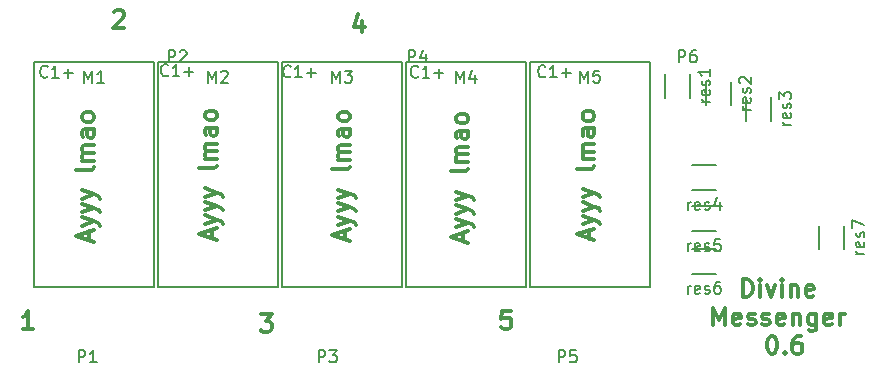
<source format=gbr>
G04 #@! TF.FileFunction,Legend,Top*
%FSLAX46Y46*%
G04 Gerber Fmt 4.6, Leading zero omitted, Abs format (unit mm)*
G04 Created by KiCad (PCBNEW 4.0.2+dfsg1-stable) date Pi  1. marec 2019, 16:05:38 CET*
%MOMM*%
G01*
G04 APERTURE LIST*
%ADD10C,0.100000*%
%ADD11C,0.300000*%
%ADD12C,0.200000*%
%ADD13C,0.150000*%
G04 APERTURE END LIST*
D10*
D11*
X140178572Y-74353571D02*
X139321429Y-74353571D01*
X139750001Y-74353571D02*
X139750001Y-72853571D01*
X139607144Y-73067857D01*
X139464286Y-73210714D01*
X139321429Y-73282143D01*
X168035715Y-48228571D02*
X168035715Y-49228571D01*
X167678572Y-47657143D02*
X167321429Y-48728571D01*
X168250001Y-48728571D01*
X180607144Y-72803571D02*
X179892858Y-72803571D01*
X179821429Y-73517857D01*
X179892858Y-73446429D01*
X180035715Y-73375000D01*
X180392858Y-73375000D01*
X180535715Y-73446429D01*
X180607144Y-73517857D01*
X180678572Y-73660714D01*
X180678572Y-74017857D01*
X180607144Y-74160714D01*
X180535715Y-74232143D01*
X180392858Y-74303571D01*
X180035715Y-74303571D01*
X179892858Y-74232143D01*
X179821429Y-74160714D01*
X159450001Y-73078571D02*
X160378572Y-73078571D01*
X159878572Y-73650000D01*
X160092858Y-73650000D01*
X160235715Y-73721429D01*
X160307144Y-73792857D01*
X160378572Y-73935714D01*
X160378572Y-74292857D01*
X160307144Y-74435714D01*
X160235715Y-74507143D01*
X160092858Y-74578571D01*
X159664286Y-74578571D01*
X159521429Y-74507143D01*
X159450001Y-74435714D01*
X147046429Y-47471429D02*
X147117858Y-47400000D01*
X147260715Y-47328571D01*
X147617858Y-47328571D01*
X147760715Y-47400000D01*
X147832144Y-47471429D01*
X147903572Y-47614286D01*
X147903572Y-47757143D01*
X147832144Y-47971429D01*
X146975001Y-48828571D01*
X147903572Y-48828571D01*
X187275000Y-66692857D02*
X187275000Y-65978571D01*
X187703571Y-66835714D02*
X186203571Y-66335714D01*
X187703571Y-65835714D01*
X186703571Y-65478571D02*
X187703571Y-65121428D01*
X186703571Y-64764286D02*
X187703571Y-65121428D01*
X188060714Y-65264286D01*
X188132143Y-65335714D01*
X188203571Y-65478571D01*
X186703571Y-64335714D02*
X187703571Y-63978571D01*
X186703571Y-63621429D02*
X187703571Y-63978571D01*
X188060714Y-64121429D01*
X188132143Y-64192857D01*
X188203571Y-64335714D01*
X186703571Y-63192857D02*
X187703571Y-62835714D01*
X186703571Y-62478572D02*
X187703571Y-62835714D01*
X188060714Y-62978572D01*
X188132143Y-63050000D01*
X188203571Y-63192857D01*
X187703571Y-60550000D02*
X187632143Y-60692858D01*
X187489286Y-60764286D01*
X186203571Y-60764286D01*
X187703571Y-59978572D02*
X186703571Y-59978572D01*
X186846429Y-59978572D02*
X186775000Y-59907144D01*
X186703571Y-59764286D01*
X186703571Y-59550001D01*
X186775000Y-59407144D01*
X186917857Y-59335715D01*
X187703571Y-59335715D01*
X186917857Y-59335715D02*
X186775000Y-59264286D01*
X186703571Y-59121429D01*
X186703571Y-58907144D01*
X186775000Y-58764286D01*
X186917857Y-58692858D01*
X187703571Y-58692858D01*
X187703571Y-57335715D02*
X186917857Y-57335715D01*
X186775000Y-57407144D01*
X186703571Y-57550001D01*
X186703571Y-57835715D01*
X186775000Y-57978572D01*
X187632143Y-57335715D02*
X187703571Y-57478572D01*
X187703571Y-57835715D01*
X187632143Y-57978572D01*
X187489286Y-58050001D01*
X187346429Y-58050001D01*
X187203571Y-57978572D01*
X187132143Y-57835715D01*
X187132143Y-57478572D01*
X187060714Y-57335715D01*
X187703571Y-56407143D02*
X187632143Y-56550001D01*
X187560714Y-56621429D01*
X187417857Y-56692858D01*
X186989286Y-56692858D01*
X186846429Y-56621429D01*
X186775000Y-56550001D01*
X186703571Y-56407143D01*
X186703571Y-56192858D01*
X186775000Y-56050001D01*
X186846429Y-55978572D01*
X186989286Y-55907143D01*
X187417857Y-55907143D01*
X187560714Y-55978572D01*
X187632143Y-56050001D01*
X187703571Y-56192858D01*
X187703571Y-56407143D01*
X176600000Y-66917857D02*
X176600000Y-66203571D01*
X177028571Y-67060714D02*
X175528571Y-66560714D01*
X177028571Y-66060714D01*
X176028571Y-65703571D02*
X177028571Y-65346428D01*
X176028571Y-64989286D02*
X177028571Y-65346428D01*
X177385714Y-65489286D01*
X177457143Y-65560714D01*
X177528571Y-65703571D01*
X176028571Y-64560714D02*
X177028571Y-64203571D01*
X176028571Y-63846429D02*
X177028571Y-64203571D01*
X177385714Y-64346429D01*
X177457143Y-64417857D01*
X177528571Y-64560714D01*
X176028571Y-63417857D02*
X177028571Y-63060714D01*
X176028571Y-62703572D02*
X177028571Y-63060714D01*
X177385714Y-63203572D01*
X177457143Y-63275000D01*
X177528571Y-63417857D01*
X177028571Y-60775000D02*
X176957143Y-60917858D01*
X176814286Y-60989286D01*
X175528571Y-60989286D01*
X177028571Y-60203572D02*
X176028571Y-60203572D01*
X176171429Y-60203572D02*
X176100000Y-60132144D01*
X176028571Y-59989286D01*
X176028571Y-59775001D01*
X176100000Y-59632144D01*
X176242857Y-59560715D01*
X177028571Y-59560715D01*
X176242857Y-59560715D02*
X176100000Y-59489286D01*
X176028571Y-59346429D01*
X176028571Y-59132144D01*
X176100000Y-58989286D01*
X176242857Y-58917858D01*
X177028571Y-58917858D01*
X177028571Y-57560715D02*
X176242857Y-57560715D01*
X176100000Y-57632144D01*
X176028571Y-57775001D01*
X176028571Y-58060715D01*
X176100000Y-58203572D01*
X176957143Y-57560715D02*
X177028571Y-57703572D01*
X177028571Y-58060715D01*
X176957143Y-58203572D01*
X176814286Y-58275001D01*
X176671429Y-58275001D01*
X176528571Y-58203572D01*
X176457143Y-58060715D01*
X176457143Y-57703572D01*
X176385714Y-57560715D01*
X177028571Y-56632143D02*
X176957143Y-56775001D01*
X176885714Y-56846429D01*
X176742857Y-56917858D01*
X176314286Y-56917858D01*
X176171429Y-56846429D01*
X176100000Y-56775001D01*
X176028571Y-56632143D01*
X176028571Y-56417858D01*
X176100000Y-56275001D01*
X176171429Y-56203572D01*
X176314286Y-56132143D01*
X176742857Y-56132143D01*
X176885714Y-56203572D01*
X176957143Y-56275001D01*
X177028571Y-56417858D01*
X177028571Y-56632143D01*
X155325000Y-66642857D02*
X155325000Y-65928571D01*
X155753571Y-66785714D02*
X154253571Y-66285714D01*
X155753571Y-65785714D01*
X154753571Y-65428571D02*
X155753571Y-65071428D01*
X154753571Y-64714286D02*
X155753571Y-65071428D01*
X156110714Y-65214286D01*
X156182143Y-65285714D01*
X156253571Y-65428571D01*
X154753571Y-64285714D02*
X155753571Y-63928571D01*
X154753571Y-63571429D02*
X155753571Y-63928571D01*
X156110714Y-64071429D01*
X156182143Y-64142857D01*
X156253571Y-64285714D01*
X154753571Y-63142857D02*
X155753571Y-62785714D01*
X154753571Y-62428572D02*
X155753571Y-62785714D01*
X156110714Y-62928572D01*
X156182143Y-63000000D01*
X156253571Y-63142857D01*
X155753571Y-60500000D02*
X155682143Y-60642858D01*
X155539286Y-60714286D01*
X154253571Y-60714286D01*
X155753571Y-59928572D02*
X154753571Y-59928572D01*
X154896429Y-59928572D02*
X154825000Y-59857144D01*
X154753571Y-59714286D01*
X154753571Y-59500001D01*
X154825000Y-59357144D01*
X154967857Y-59285715D01*
X155753571Y-59285715D01*
X154967857Y-59285715D02*
X154825000Y-59214286D01*
X154753571Y-59071429D01*
X154753571Y-58857144D01*
X154825000Y-58714286D01*
X154967857Y-58642858D01*
X155753571Y-58642858D01*
X155753571Y-57285715D02*
X154967857Y-57285715D01*
X154825000Y-57357144D01*
X154753571Y-57500001D01*
X154753571Y-57785715D01*
X154825000Y-57928572D01*
X155682143Y-57285715D02*
X155753571Y-57428572D01*
X155753571Y-57785715D01*
X155682143Y-57928572D01*
X155539286Y-58000001D01*
X155396429Y-58000001D01*
X155253571Y-57928572D01*
X155182143Y-57785715D01*
X155182143Y-57428572D01*
X155110714Y-57285715D01*
X155753571Y-56357143D02*
X155682143Y-56500001D01*
X155610714Y-56571429D01*
X155467857Y-56642858D01*
X155039286Y-56642858D01*
X154896429Y-56571429D01*
X154825000Y-56500001D01*
X154753571Y-56357143D01*
X154753571Y-56142858D01*
X154825000Y-56000001D01*
X154896429Y-55928572D01*
X155039286Y-55857143D01*
X155467857Y-55857143D01*
X155610714Y-55928572D01*
X155682143Y-56000001D01*
X155753571Y-56142858D01*
X155753571Y-56357143D01*
X166600000Y-66742857D02*
X166600000Y-66028571D01*
X167028571Y-66885714D02*
X165528571Y-66385714D01*
X167028571Y-65885714D01*
X166028571Y-65528571D02*
X167028571Y-65171428D01*
X166028571Y-64814286D02*
X167028571Y-65171428D01*
X167385714Y-65314286D01*
X167457143Y-65385714D01*
X167528571Y-65528571D01*
X166028571Y-64385714D02*
X167028571Y-64028571D01*
X166028571Y-63671429D02*
X167028571Y-64028571D01*
X167385714Y-64171429D01*
X167457143Y-64242857D01*
X167528571Y-64385714D01*
X166028571Y-63242857D02*
X167028571Y-62885714D01*
X166028571Y-62528572D02*
X167028571Y-62885714D01*
X167385714Y-63028572D01*
X167457143Y-63100000D01*
X167528571Y-63242857D01*
X167028571Y-60600000D02*
X166957143Y-60742858D01*
X166814286Y-60814286D01*
X165528571Y-60814286D01*
X167028571Y-60028572D02*
X166028571Y-60028572D01*
X166171429Y-60028572D02*
X166100000Y-59957144D01*
X166028571Y-59814286D01*
X166028571Y-59600001D01*
X166100000Y-59457144D01*
X166242857Y-59385715D01*
X167028571Y-59385715D01*
X166242857Y-59385715D02*
X166100000Y-59314286D01*
X166028571Y-59171429D01*
X166028571Y-58957144D01*
X166100000Y-58814286D01*
X166242857Y-58742858D01*
X167028571Y-58742858D01*
X167028571Y-57385715D02*
X166242857Y-57385715D01*
X166100000Y-57457144D01*
X166028571Y-57600001D01*
X166028571Y-57885715D01*
X166100000Y-58028572D01*
X166957143Y-57385715D02*
X167028571Y-57528572D01*
X167028571Y-57885715D01*
X166957143Y-58028572D01*
X166814286Y-58100001D01*
X166671429Y-58100001D01*
X166528571Y-58028572D01*
X166457143Y-57885715D01*
X166457143Y-57528572D01*
X166385714Y-57385715D01*
X167028571Y-56457143D02*
X166957143Y-56600001D01*
X166885714Y-56671429D01*
X166742857Y-56742858D01*
X166314286Y-56742858D01*
X166171429Y-56671429D01*
X166100000Y-56600001D01*
X166028571Y-56457143D01*
X166028571Y-56242858D01*
X166100000Y-56100001D01*
X166171429Y-56028572D01*
X166314286Y-55957143D01*
X166742857Y-55957143D01*
X166885714Y-56028572D01*
X166957143Y-56100001D01*
X167028571Y-56242858D01*
X167028571Y-56457143D01*
X144925000Y-66792857D02*
X144925000Y-66078571D01*
X145353571Y-66935714D02*
X143853571Y-66435714D01*
X145353571Y-65935714D01*
X144353571Y-65578571D02*
X145353571Y-65221428D01*
X144353571Y-64864286D02*
X145353571Y-65221428D01*
X145710714Y-65364286D01*
X145782143Y-65435714D01*
X145853571Y-65578571D01*
X144353571Y-64435714D02*
X145353571Y-64078571D01*
X144353571Y-63721429D02*
X145353571Y-64078571D01*
X145710714Y-64221429D01*
X145782143Y-64292857D01*
X145853571Y-64435714D01*
X144353571Y-63292857D02*
X145353571Y-62935714D01*
X144353571Y-62578572D02*
X145353571Y-62935714D01*
X145710714Y-63078572D01*
X145782143Y-63150000D01*
X145853571Y-63292857D01*
X145353571Y-60650000D02*
X145282143Y-60792858D01*
X145139286Y-60864286D01*
X143853571Y-60864286D01*
X145353571Y-60078572D02*
X144353571Y-60078572D01*
X144496429Y-60078572D02*
X144425000Y-60007144D01*
X144353571Y-59864286D01*
X144353571Y-59650001D01*
X144425000Y-59507144D01*
X144567857Y-59435715D01*
X145353571Y-59435715D01*
X144567857Y-59435715D02*
X144425000Y-59364286D01*
X144353571Y-59221429D01*
X144353571Y-59007144D01*
X144425000Y-58864286D01*
X144567857Y-58792858D01*
X145353571Y-58792858D01*
X145353571Y-57435715D02*
X144567857Y-57435715D01*
X144425000Y-57507144D01*
X144353571Y-57650001D01*
X144353571Y-57935715D01*
X144425000Y-58078572D01*
X145282143Y-57435715D02*
X145353571Y-57578572D01*
X145353571Y-57935715D01*
X145282143Y-58078572D01*
X145139286Y-58150001D01*
X144996429Y-58150001D01*
X144853571Y-58078572D01*
X144782143Y-57935715D01*
X144782143Y-57578572D01*
X144710714Y-57435715D01*
X145353571Y-56507143D02*
X145282143Y-56650001D01*
X145210714Y-56721429D01*
X145067857Y-56792858D01*
X144639286Y-56792858D01*
X144496429Y-56721429D01*
X144425000Y-56650001D01*
X144353571Y-56507143D01*
X144353571Y-56292858D01*
X144425000Y-56150001D01*
X144496429Y-56078572D01*
X144639286Y-56007143D01*
X145067857Y-56007143D01*
X145210714Y-56078572D01*
X145282143Y-56150001D01*
X145353571Y-56292858D01*
X145353571Y-56507143D01*
X200253572Y-71628571D02*
X200253572Y-70128571D01*
X200610715Y-70128571D01*
X200825000Y-70200000D01*
X200967858Y-70342857D01*
X201039286Y-70485714D01*
X201110715Y-70771429D01*
X201110715Y-70985714D01*
X201039286Y-71271429D01*
X200967858Y-71414286D01*
X200825000Y-71557143D01*
X200610715Y-71628571D01*
X200253572Y-71628571D01*
X201753572Y-71628571D02*
X201753572Y-70628571D01*
X201753572Y-70128571D02*
X201682143Y-70200000D01*
X201753572Y-70271429D01*
X201825000Y-70200000D01*
X201753572Y-70128571D01*
X201753572Y-70271429D01*
X202325001Y-70628571D02*
X202682144Y-71628571D01*
X203039286Y-70628571D01*
X203610715Y-71628571D02*
X203610715Y-70628571D01*
X203610715Y-70128571D02*
X203539286Y-70200000D01*
X203610715Y-70271429D01*
X203682143Y-70200000D01*
X203610715Y-70128571D01*
X203610715Y-70271429D01*
X204325001Y-70628571D02*
X204325001Y-71628571D01*
X204325001Y-70771429D02*
X204396429Y-70700000D01*
X204539287Y-70628571D01*
X204753572Y-70628571D01*
X204896429Y-70700000D01*
X204967858Y-70842857D01*
X204967858Y-71628571D01*
X206253572Y-71557143D02*
X206110715Y-71628571D01*
X205825001Y-71628571D01*
X205682144Y-71557143D01*
X205610715Y-71414286D01*
X205610715Y-70842857D01*
X205682144Y-70700000D01*
X205825001Y-70628571D01*
X206110715Y-70628571D01*
X206253572Y-70700000D01*
X206325001Y-70842857D01*
X206325001Y-70985714D01*
X205610715Y-71128571D01*
X197789286Y-74028571D02*
X197789286Y-72528571D01*
X198289286Y-73600000D01*
X198789286Y-72528571D01*
X198789286Y-74028571D01*
X200075000Y-73957143D02*
X199932143Y-74028571D01*
X199646429Y-74028571D01*
X199503572Y-73957143D01*
X199432143Y-73814286D01*
X199432143Y-73242857D01*
X199503572Y-73100000D01*
X199646429Y-73028571D01*
X199932143Y-73028571D01*
X200075000Y-73100000D01*
X200146429Y-73242857D01*
X200146429Y-73385714D01*
X199432143Y-73528571D01*
X200717857Y-73957143D02*
X200860714Y-74028571D01*
X201146429Y-74028571D01*
X201289286Y-73957143D01*
X201360714Y-73814286D01*
X201360714Y-73742857D01*
X201289286Y-73600000D01*
X201146429Y-73528571D01*
X200932143Y-73528571D01*
X200789286Y-73457143D01*
X200717857Y-73314286D01*
X200717857Y-73242857D01*
X200789286Y-73100000D01*
X200932143Y-73028571D01*
X201146429Y-73028571D01*
X201289286Y-73100000D01*
X201932143Y-73957143D02*
X202075000Y-74028571D01*
X202360715Y-74028571D01*
X202503572Y-73957143D01*
X202575000Y-73814286D01*
X202575000Y-73742857D01*
X202503572Y-73600000D01*
X202360715Y-73528571D01*
X202146429Y-73528571D01*
X202003572Y-73457143D01*
X201932143Y-73314286D01*
X201932143Y-73242857D01*
X202003572Y-73100000D01*
X202146429Y-73028571D01*
X202360715Y-73028571D01*
X202503572Y-73100000D01*
X203789286Y-73957143D02*
X203646429Y-74028571D01*
X203360715Y-74028571D01*
X203217858Y-73957143D01*
X203146429Y-73814286D01*
X203146429Y-73242857D01*
X203217858Y-73100000D01*
X203360715Y-73028571D01*
X203646429Y-73028571D01*
X203789286Y-73100000D01*
X203860715Y-73242857D01*
X203860715Y-73385714D01*
X203146429Y-73528571D01*
X204503572Y-73028571D02*
X204503572Y-74028571D01*
X204503572Y-73171429D02*
X204575000Y-73100000D01*
X204717858Y-73028571D01*
X204932143Y-73028571D01*
X205075000Y-73100000D01*
X205146429Y-73242857D01*
X205146429Y-74028571D01*
X206503572Y-73028571D02*
X206503572Y-74242857D01*
X206432143Y-74385714D01*
X206360715Y-74457143D01*
X206217858Y-74528571D01*
X206003572Y-74528571D01*
X205860715Y-74457143D01*
X206503572Y-73957143D02*
X206360715Y-74028571D01*
X206075001Y-74028571D01*
X205932143Y-73957143D01*
X205860715Y-73885714D01*
X205789286Y-73742857D01*
X205789286Y-73314286D01*
X205860715Y-73171429D01*
X205932143Y-73100000D01*
X206075001Y-73028571D01*
X206360715Y-73028571D01*
X206503572Y-73100000D01*
X207789286Y-73957143D02*
X207646429Y-74028571D01*
X207360715Y-74028571D01*
X207217858Y-73957143D01*
X207146429Y-73814286D01*
X207146429Y-73242857D01*
X207217858Y-73100000D01*
X207360715Y-73028571D01*
X207646429Y-73028571D01*
X207789286Y-73100000D01*
X207860715Y-73242857D01*
X207860715Y-73385714D01*
X207146429Y-73528571D01*
X208503572Y-74028571D02*
X208503572Y-73028571D01*
X208503572Y-73314286D02*
X208575000Y-73171429D01*
X208646429Y-73100000D01*
X208789286Y-73028571D01*
X208932143Y-73028571D01*
X202682143Y-74928571D02*
X202825000Y-74928571D01*
X202967857Y-75000000D01*
X203039286Y-75071429D01*
X203110715Y-75214286D01*
X203182143Y-75500000D01*
X203182143Y-75857143D01*
X203110715Y-76142857D01*
X203039286Y-76285714D01*
X202967857Y-76357143D01*
X202825000Y-76428571D01*
X202682143Y-76428571D01*
X202539286Y-76357143D01*
X202467857Y-76285714D01*
X202396429Y-76142857D01*
X202325000Y-75857143D01*
X202325000Y-75500000D01*
X202396429Y-75214286D01*
X202467857Y-75071429D01*
X202539286Y-75000000D01*
X202682143Y-74928571D01*
X203825000Y-76285714D02*
X203896428Y-76357143D01*
X203825000Y-76428571D01*
X203753571Y-76357143D01*
X203825000Y-76285714D01*
X203825000Y-76428571D01*
X205182143Y-74928571D02*
X204896429Y-74928571D01*
X204753572Y-75000000D01*
X204682143Y-75071429D01*
X204539286Y-75285714D01*
X204467857Y-75571429D01*
X204467857Y-76142857D01*
X204539286Y-76285714D01*
X204610714Y-76357143D01*
X204753572Y-76428571D01*
X205039286Y-76428571D01*
X205182143Y-76357143D01*
X205253572Y-76285714D01*
X205325000Y-76142857D01*
X205325000Y-75785714D01*
X205253572Y-75642857D01*
X205182143Y-75571429D01*
X205039286Y-75500000D01*
X204753572Y-75500000D01*
X204610714Y-75571429D01*
X204539286Y-75642857D01*
X204467857Y-75785714D01*
D12*
X183564286Y-52932143D02*
X183516667Y-52979762D01*
X183373810Y-53027381D01*
X183278572Y-53027381D01*
X183135714Y-52979762D01*
X183040476Y-52884524D01*
X182992857Y-52789286D01*
X182945238Y-52598810D01*
X182945238Y-52455952D01*
X182992857Y-52265476D01*
X183040476Y-52170238D01*
X183135714Y-52075000D01*
X183278572Y-52027381D01*
X183373810Y-52027381D01*
X183516667Y-52075000D01*
X183564286Y-52122619D01*
X184516667Y-53027381D02*
X183945238Y-53027381D01*
X184230952Y-53027381D02*
X184230952Y-52027381D01*
X184135714Y-52170238D01*
X184040476Y-52265476D01*
X183945238Y-52313095D01*
X184945238Y-52646429D02*
X185707143Y-52646429D01*
X185326191Y-53027381D02*
X185326191Y-52265476D01*
X172789286Y-52957143D02*
X172741667Y-53004762D01*
X172598810Y-53052381D01*
X172503572Y-53052381D01*
X172360714Y-53004762D01*
X172265476Y-52909524D01*
X172217857Y-52814286D01*
X172170238Y-52623810D01*
X172170238Y-52480952D01*
X172217857Y-52290476D01*
X172265476Y-52195238D01*
X172360714Y-52100000D01*
X172503572Y-52052381D01*
X172598810Y-52052381D01*
X172741667Y-52100000D01*
X172789286Y-52147619D01*
X173741667Y-53052381D02*
X173170238Y-53052381D01*
X173455952Y-53052381D02*
X173455952Y-52052381D01*
X173360714Y-52195238D01*
X173265476Y-52290476D01*
X173170238Y-52338095D01*
X174170238Y-52671429D02*
X174932143Y-52671429D01*
X174551191Y-53052381D02*
X174551191Y-52290476D01*
X161989286Y-52932143D02*
X161941667Y-52979762D01*
X161798810Y-53027381D01*
X161703572Y-53027381D01*
X161560714Y-52979762D01*
X161465476Y-52884524D01*
X161417857Y-52789286D01*
X161370238Y-52598810D01*
X161370238Y-52455952D01*
X161417857Y-52265476D01*
X161465476Y-52170238D01*
X161560714Y-52075000D01*
X161703572Y-52027381D01*
X161798810Y-52027381D01*
X161941667Y-52075000D01*
X161989286Y-52122619D01*
X162941667Y-53027381D02*
X162370238Y-53027381D01*
X162655952Y-53027381D02*
X162655952Y-52027381D01*
X162560714Y-52170238D01*
X162465476Y-52265476D01*
X162370238Y-52313095D01*
X163370238Y-52646429D02*
X164132143Y-52646429D01*
X163751191Y-53027381D02*
X163751191Y-52265476D01*
X151614286Y-52832143D02*
X151566667Y-52879762D01*
X151423810Y-52927381D01*
X151328572Y-52927381D01*
X151185714Y-52879762D01*
X151090476Y-52784524D01*
X151042857Y-52689286D01*
X150995238Y-52498810D01*
X150995238Y-52355952D01*
X151042857Y-52165476D01*
X151090476Y-52070238D01*
X151185714Y-51975000D01*
X151328572Y-51927381D01*
X151423810Y-51927381D01*
X151566667Y-51975000D01*
X151614286Y-52022619D01*
X152566667Y-52927381D02*
X151995238Y-52927381D01*
X152280952Y-52927381D02*
X152280952Y-51927381D01*
X152185714Y-52070238D01*
X152090476Y-52165476D01*
X151995238Y-52213095D01*
X152995238Y-52546429D02*
X153757143Y-52546429D01*
X153376191Y-52927381D02*
X153376191Y-52165476D01*
X141414286Y-52957143D02*
X141366667Y-53004762D01*
X141223810Y-53052381D01*
X141128572Y-53052381D01*
X140985714Y-53004762D01*
X140890476Y-52909524D01*
X140842857Y-52814286D01*
X140795238Y-52623810D01*
X140795238Y-52480952D01*
X140842857Y-52290476D01*
X140890476Y-52195238D01*
X140985714Y-52100000D01*
X141128572Y-52052381D01*
X141223810Y-52052381D01*
X141366667Y-52100000D01*
X141414286Y-52147619D01*
X142366667Y-53052381D02*
X141795238Y-53052381D01*
X142080952Y-53052381D02*
X142080952Y-52052381D01*
X141985714Y-52195238D01*
X141890476Y-52290476D01*
X141795238Y-52338095D01*
X142795238Y-52671429D02*
X143557143Y-52671429D01*
X143176191Y-53052381D02*
X143176191Y-52290476D01*
D13*
X193675000Y-54750000D02*
X193675000Y-52750000D01*
X195825000Y-52750000D02*
X195825000Y-54750000D01*
X197125000Y-55400000D02*
X197125000Y-53400000D01*
X199275000Y-53400000D02*
X199275000Y-55400000D01*
X200525000Y-56700000D02*
X200525000Y-54700000D01*
X202675000Y-54700000D02*
X202675000Y-56700000D01*
X196000000Y-60425000D02*
X198000000Y-60425000D01*
X198000000Y-62575000D02*
X196000000Y-62575000D01*
X196000000Y-63925000D02*
X198000000Y-63925000D01*
X198000000Y-66075000D02*
X196000000Y-66075000D01*
X196000000Y-67525000D02*
X198000000Y-67525000D01*
X198000000Y-69675000D02*
X196000000Y-69675000D01*
X206725000Y-67600000D02*
X206725000Y-65600000D01*
X208875000Y-65600000D02*
X208875000Y-67600000D01*
X140250000Y-69530000D02*
X140250000Y-70800000D01*
X150410000Y-69530000D02*
X150410000Y-70800000D01*
X150410000Y-70800000D02*
X140250000Y-70800000D01*
X140250000Y-51750000D02*
X150410000Y-51750000D01*
X150410000Y-51750000D02*
X150410000Y-69530000D01*
X140250000Y-69530000D02*
X140250000Y-51750000D01*
X150750000Y-69530000D02*
X150750000Y-70800000D01*
X160910000Y-69530000D02*
X160910000Y-70800000D01*
X160910000Y-70800000D02*
X150750000Y-70800000D01*
X150750000Y-51750000D02*
X160910000Y-51750000D01*
X160910000Y-51750000D02*
X160910000Y-69530000D01*
X150750000Y-69530000D02*
X150750000Y-51750000D01*
X161250000Y-69530000D02*
X161250000Y-70800000D01*
X171410000Y-69530000D02*
X171410000Y-70800000D01*
X171410000Y-70800000D02*
X161250000Y-70800000D01*
X161250000Y-51750000D02*
X171410000Y-51750000D01*
X171410000Y-51750000D02*
X171410000Y-69530000D01*
X161250000Y-69530000D02*
X161250000Y-51750000D01*
X171750000Y-69530000D02*
X171750000Y-70800000D01*
X181910000Y-69530000D02*
X181910000Y-70800000D01*
X181910000Y-70800000D02*
X171750000Y-70800000D01*
X171750000Y-51750000D02*
X181910000Y-51750000D01*
X181910000Y-51750000D02*
X181910000Y-69530000D01*
X171750000Y-69530000D02*
X171750000Y-51750000D01*
X182250000Y-69530000D02*
X182250000Y-70800000D01*
X192410000Y-69530000D02*
X192410000Y-70800000D01*
X192410000Y-70800000D02*
X182250000Y-70800000D01*
X182250000Y-51750000D02*
X192410000Y-51750000D01*
X192410000Y-51750000D02*
X192410000Y-69530000D01*
X182250000Y-69530000D02*
X182250000Y-51750000D01*
X197502381Y-55130953D02*
X196835714Y-55130953D01*
X197026190Y-55130953D02*
X196930952Y-55083334D01*
X196883333Y-55035715D01*
X196835714Y-54940477D01*
X196835714Y-54845238D01*
X197454762Y-54130952D02*
X197502381Y-54226190D01*
X197502381Y-54416667D01*
X197454762Y-54511905D01*
X197359524Y-54559524D01*
X196978571Y-54559524D01*
X196883333Y-54511905D01*
X196835714Y-54416667D01*
X196835714Y-54226190D01*
X196883333Y-54130952D01*
X196978571Y-54083333D01*
X197073810Y-54083333D01*
X197169048Y-54559524D01*
X197454762Y-53702381D02*
X197502381Y-53607143D01*
X197502381Y-53416667D01*
X197454762Y-53321428D01*
X197359524Y-53273809D01*
X197311905Y-53273809D01*
X197216667Y-53321428D01*
X197169048Y-53416667D01*
X197169048Y-53559524D01*
X197121429Y-53654762D01*
X197026190Y-53702381D01*
X196978571Y-53702381D01*
X196883333Y-53654762D01*
X196835714Y-53559524D01*
X196835714Y-53416667D01*
X196883333Y-53321428D01*
X197502381Y-52321428D02*
X197502381Y-52892857D01*
X197502381Y-52607143D02*
X196502381Y-52607143D01*
X196645238Y-52702381D01*
X196740476Y-52797619D01*
X196788095Y-52892857D01*
X200952381Y-55780953D02*
X200285714Y-55780953D01*
X200476190Y-55780953D02*
X200380952Y-55733334D01*
X200333333Y-55685715D01*
X200285714Y-55590477D01*
X200285714Y-55495238D01*
X200904762Y-54780952D02*
X200952381Y-54876190D01*
X200952381Y-55066667D01*
X200904762Y-55161905D01*
X200809524Y-55209524D01*
X200428571Y-55209524D01*
X200333333Y-55161905D01*
X200285714Y-55066667D01*
X200285714Y-54876190D01*
X200333333Y-54780952D01*
X200428571Y-54733333D01*
X200523810Y-54733333D01*
X200619048Y-55209524D01*
X200904762Y-54352381D02*
X200952381Y-54257143D01*
X200952381Y-54066667D01*
X200904762Y-53971428D01*
X200809524Y-53923809D01*
X200761905Y-53923809D01*
X200666667Y-53971428D01*
X200619048Y-54066667D01*
X200619048Y-54209524D01*
X200571429Y-54304762D01*
X200476190Y-54352381D01*
X200428571Y-54352381D01*
X200333333Y-54304762D01*
X200285714Y-54209524D01*
X200285714Y-54066667D01*
X200333333Y-53971428D01*
X200047619Y-53542857D02*
X200000000Y-53495238D01*
X199952381Y-53400000D01*
X199952381Y-53161904D01*
X200000000Y-53066666D01*
X200047619Y-53019047D01*
X200142857Y-52971428D01*
X200238095Y-52971428D01*
X200380952Y-53019047D01*
X200952381Y-53590476D01*
X200952381Y-52971428D01*
X204352381Y-57080953D02*
X203685714Y-57080953D01*
X203876190Y-57080953D02*
X203780952Y-57033334D01*
X203733333Y-56985715D01*
X203685714Y-56890477D01*
X203685714Y-56795238D01*
X204304762Y-56080952D02*
X204352381Y-56176190D01*
X204352381Y-56366667D01*
X204304762Y-56461905D01*
X204209524Y-56509524D01*
X203828571Y-56509524D01*
X203733333Y-56461905D01*
X203685714Y-56366667D01*
X203685714Y-56176190D01*
X203733333Y-56080952D01*
X203828571Y-56033333D01*
X203923810Y-56033333D01*
X204019048Y-56509524D01*
X204304762Y-55652381D02*
X204352381Y-55557143D01*
X204352381Y-55366667D01*
X204304762Y-55271428D01*
X204209524Y-55223809D01*
X204161905Y-55223809D01*
X204066667Y-55271428D01*
X204019048Y-55366667D01*
X204019048Y-55509524D01*
X203971429Y-55604762D01*
X203876190Y-55652381D01*
X203828571Y-55652381D01*
X203733333Y-55604762D01*
X203685714Y-55509524D01*
X203685714Y-55366667D01*
X203733333Y-55271428D01*
X203352381Y-54890476D02*
X203352381Y-54271428D01*
X203733333Y-54604762D01*
X203733333Y-54461904D01*
X203780952Y-54366666D01*
X203828571Y-54319047D01*
X203923810Y-54271428D01*
X204161905Y-54271428D01*
X204257143Y-54319047D01*
X204304762Y-54366666D01*
X204352381Y-54461904D01*
X204352381Y-54747619D01*
X204304762Y-54842857D01*
X204257143Y-54890476D01*
X195619047Y-64252381D02*
X195619047Y-63585714D01*
X195619047Y-63776190D02*
X195666666Y-63680952D01*
X195714285Y-63633333D01*
X195809523Y-63585714D01*
X195904762Y-63585714D01*
X196619048Y-64204762D02*
X196523810Y-64252381D01*
X196333333Y-64252381D01*
X196238095Y-64204762D01*
X196190476Y-64109524D01*
X196190476Y-63728571D01*
X196238095Y-63633333D01*
X196333333Y-63585714D01*
X196523810Y-63585714D01*
X196619048Y-63633333D01*
X196666667Y-63728571D01*
X196666667Y-63823810D01*
X196190476Y-63919048D01*
X197047619Y-64204762D02*
X197142857Y-64252381D01*
X197333333Y-64252381D01*
X197428572Y-64204762D01*
X197476191Y-64109524D01*
X197476191Y-64061905D01*
X197428572Y-63966667D01*
X197333333Y-63919048D01*
X197190476Y-63919048D01*
X197095238Y-63871429D01*
X197047619Y-63776190D01*
X197047619Y-63728571D01*
X197095238Y-63633333D01*
X197190476Y-63585714D01*
X197333333Y-63585714D01*
X197428572Y-63633333D01*
X198333334Y-63585714D02*
X198333334Y-64252381D01*
X198095238Y-63204762D02*
X197857143Y-63919048D01*
X198476191Y-63919048D01*
X195619047Y-67752381D02*
X195619047Y-67085714D01*
X195619047Y-67276190D02*
X195666666Y-67180952D01*
X195714285Y-67133333D01*
X195809523Y-67085714D01*
X195904762Y-67085714D01*
X196619048Y-67704762D02*
X196523810Y-67752381D01*
X196333333Y-67752381D01*
X196238095Y-67704762D01*
X196190476Y-67609524D01*
X196190476Y-67228571D01*
X196238095Y-67133333D01*
X196333333Y-67085714D01*
X196523810Y-67085714D01*
X196619048Y-67133333D01*
X196666667Y-67228571D01*
X196666667Y-67323810D01*
X196190476Y-67419048D01*
X197047619Y-67704762D02*
X197142857Y-67752381D01*
X197333333Y-67752381D01*
X197428572Y-67704762D01*
X197476191Y-67609524D01*
X197476191Y-67561905D01*
X197428572Y-67466667D01*
X197333333Y-67419048D01*
X197190476Y-67419048D01*
X197095238Y-67371429D01*
X197047619Y-67276190D01*
X197047619Y-67228571D01*
X197095238Y-67133333D01*
X197190476Y-67085714D01*
X197333333Y-67085714D01*
X197428572Y-67133333D01*
X198380953Y-66752381D02*
X197904762Y-66752381D01*
X197857143Y-67228571D01*
X197904762Y-67180952D01*
X198000000Y-67133333D01*
X198238096Y-67133333D01*
X198333334Y-67180952D01*
X198380953Y-67228571D01*
X198428572Y-67323810D01*
X198428572Y-67561905D01*
X198380953Y-67657143D01*
X198333334Y-67704762D01*
X198238096Y-67752381D01*
X198000000Y-67752381D01*
X197904762Y-67704762D01*
X197857143Y-67657143D01*
X195619047Y-71352381D02*
X195619047Y-70685714D01*
X195619047Y-70876190D02*
X195666666Y-70780952D01*
X195714285Y-70733333D01*
X195809523Y-70685714D01*
X195904762Y-70685714D01*
X196619048Y-71304762D02*
X196523810Y-71352381D01*
X196333333Y-71352381D01*
X196238095Y-71304762D01*
X196190476Y-71209524D01*
X196190476Y-70828571D01*
X196238095Y-70733333D01*
X196333333Y-70685714D01*
X196523810Y-70685714D01*
X196619048Y-70733333D01*
X196666667Y-70828571D01*
X196666667Y-70923810D01*
X196190476Y-71019048D01*
X197047619Y-71304762D02*
X197142857Y-71352381D01*
X197333333Y-71352381D01*
X197428572Y-71304762D01*
X197476191Y-71209524D01*
X197476191Y-71161905D01*
X197428572Y-71066667D01*
X197333333Y-71019048D01*
X197190476Y-71019048D01*
X197095238Y-70971429D01*
X197047619Y-70876190D01*
X197047619Y-70828571D01*
X197095238Y-70733333D01*
X197190476Y-70685714D01*
X197333333Y-70685714D01*
X197428572Y-70733333D01*
X198333334Y-70352381D02*
X198142857Y-70352381D01*
X198047619Y-70400000D01*
X198000000Y-70447619D01*
X197904762Y-70590476D01*
X197857143Y-70780952D01*
X197857143Y-71161905D01*
X197904762Y-71257143D01*
X197952381Y-71304762D01*
X198047619Y-71352381D01*
X198238096Y-71352381D01*
X198333334Y-71304762D01*
X198380953Y-71257143D01*
X198428572Y-71161905D01*
X198428572Y-70923810D01*
X198380953Y-70828571D01*
X198333334Y-70780952D01*
X198238096Y-70733333D01*
X198047619Y-70733333D01*
X197952381Y-70780952D01*
X197904762Y-70828571D01*
X197857143Y-70923810D01*
X210552381Y-67980953D02*
X209885714Y-67980953D01*
X210076190Y-67980953D02*
X209980952Y-67933334D01*
X209933333Y-67885715D01*
X209885714Y-67790477D01*
X209885714Y-67695238D01*
X210504762Y-66980952D02*
X210552381Y-67076190D01*
X210552381Y-67266667D01*
X210504762Y-67361905D01*
X210409524Y-67409524D01*
X210028571Y-67409524D01*
X209933333Y-67361905D01*
X209885714Y-67266667D01*
X209885714Y-67076190D01*
X209933333Y-66980952D01*
X210028571Y-66933333D01*
X210123810Y-66933333D01*
X210219048Y-67409524D01*
X210504762Y-66552381D02*
X210552381Y-66457143D01*
X210552381Y-66266667D01*
X210504762Y-66171428D01*
X210409524Y-66123809D01*
X210361905Y-66123809D01*
X210266667Y-66171428D01*
X210219048Y-66266667D01*
X210219048Y-66409524D01*
X210171429Y-66504762D01*
X210076190Y-66552381D01*
X210028571Y-66552381D01*
X209933333Y-66504762D01*
X209885714Y-66409524D01*
X209885714Y-66266667D01*
X209933333Y-66171428D01*
X209552381Y-65790476D02*
X209552381Y-65123809D01*
X210552381Y-65552381D01*
X144041905Y-77152381D02*
X144041905Y-76152381D01*
X144422858Y-76152381D01*
X144518096Y-76200000D01*
X144565715Y-76247619D01*
X144613334Y-76342857D01*
X144613334Y-76485714D01*
X144565715Y-76580952D01*
X144518096Y-76628571D01*
X144422858Y-76676190D01*
X144041905Y-76676190D01*
X145565715Y-77152381D02*
X144994286Y-77152381D01*
X145280000Y-77152381D02*
X145280000Y-76152381D01*
X145184762Y-76295238D01*
X145089524Y-76390476D01*
X144994286Y-76438095D01*
X164361905Y-77152381D02*
X164361905Y-76152381D01*
X164742858Y-76152381D01*
X164838096Y-76200000D01*
X164885715Y-76247619D01*
X164933334Y-76342857D01*
X164933334Y-76485714D01*
X164885715Y-76580952D01*
X164838096Y-76628571D01*
X164742858Y-76676190D01*
X164361905Y-76676190D01*
X165266667Y-76152381D02*
X165885715Y-76152381D01*
X165552381Y-76533333D01*
X165695239Y-76533333D01*
X165790477Y-76580952D01*
X165838096Y-76628571D01*
X165885715Y-76723810D01*
X165885715Y-76961905D01*
X165838096Y-77057143D01*
X165790477Y-77104762D01*
X165695239Y-77152381D01*
X165409524Y-77152381D01*
X165314286Y-77104762D01*
X165266667Y-77057143D01*
X184681905Y-77152381D02*
X184681905Y-76152381D01*
X185062858Y-76152381D01*
X185158096Y-76200000D01*
X185205715Y-76247619D01*
X185253334Y-76342857D01*
X185253334Y-76485714D01*
X185205715Y-76580952D01*
X185158096Y-76628571D01*
X185062858Y-76676190D01*
X184681905Y-76676190D01*
X186158096Y-76152381D02*
X185681905Y-76152381D01*
X185634286Y-76628571D01*
X185681905Y-76580952D01*
X185777143Y-76533333D01*
X186015239Y-76533333D01*
X186110477Y-76580952D01*
X186158096Y-76628571D01*
X186205715Y-76723810D01*
X186205715Y-76961905D01*
X186158096Y-77057143D01*
X186110477Y-77104762D01*
X186015239Y-77152381D01*
X185777143Y-77152381D01*
X185681905Y-77104762D01*
X185634286Y-77057143D01*
X194841905Y-51752381D02*
X194841905Y-50752381D01*
X195222858Y-50752381D01*
X195318096Y-50800000D01*
X195365715Y-50847619D01*
X195413334Y-50942857D01*
X195413334Y-51085714D01*
X195365715Y-51180952D01*
X195318096Y-51228571D01*
X195222858Y-51276190D01*
X194841905Y-51276190D01*
X196270477Y-50752381D02*
X196080000Y-50752381D01*
X195984762Y-50800000D01*
X195937143Y-50847619D01*
X195841905Y-50990476D01*
X195794286Y-51180952D01*
X195794286Y-51561905D01*
X195841905Y-51657143D01*
X195889524Y-51704762D01*
X195984762Y-51752381D01*
X196175239Y-51752381D01*
X196270477Y-51704762D01*
X196318096Y-51657143D01*
X196365715Y-51561905D01*
X196365715Y-51323810D01*
X196318096Y-51228571D01*
X196270477Y-51180952D01*
X196175239Y-51133333D01*
X195984762Y-51133333D01*
X195889524Y-51180952D01*
X195841905Y-51228571D01*
X195794286Y-51323810D01*
X144520476Y-53472381D02*
X144520476Y-52472381D01*
X144853810Y-53186667D01*
X145187143Y-52472381D01*
X145187143Y-53472381D01*
X146187143Y-53472381D02*
X145615714Y-53472381D01*
X145901428Y-53472381D02*
X145901428Y-52472381D01*
X145806190Y-52615238D01*
X145710952Y-52710476D01*
X145615714Y-52758095D01*
X155020476Y-53472381D02*
X155020476Y-52472381D01*
X155353810Y-53186667D01*
X155687143Y-52472381D01*
X155687143Y-53472381D01*
X156115714Y-52567619D02*
X156163333Y-52520000D01*
X156258571Y-52472381D01*
X156496667Y-52472381D01*
X156591905Y-52520000D01*
X156639524Y-52567619D01*
X156687143Y-52662857D01*
X156687143Y-52758095D01*
X156639524Y-52900952D01*
X156068095Y-53472381D01*
X156687143Y-53472381D01*
X165520476Y-53472381D02*
X165520476Y-52472381D01*
X165853810Y-53186667D01*
X166187143Y-52472381D01*
X166187143Y-53472381D01*
X166568095Y-52472381D02*
X167187143Y-52472381D01*
X166853809Y-52853333D01*
X166996667Y-52853333D01*
X167091905Y-52900952D01*
X167139524Y-52948571D01*
X167187143Y-53043810D01*
X167187143Y-53281905D01*
X167139524Y-53377143D01*
X167091905Y-53424762D01*
X166996667Y-53472381D01*
X166710952Y-53472381D01*
X166615714Y-53424762D01*
X166568095Y-53377143D01*
X176020476Y-53472381D02*
X176020476Y-52472381D01*
X176353810Y-53186667D01*
X176687143Y-52472381D01*
X176687143Y-53472381D01*
X177591905Y-52805714D02*
X177591905Y-53472381D01*
X177353809Y-52424762D02*
X177115714Y-53139048D01*
X177734762Y-53139048D01*
X186520476Y-53472381D02*
X186520476Y-52472381D01*
X186853810Y-53186667D01*
X187187143Y-52472381D01*
X187187143Y-53472381D01*
X188139524Y-52472381D02*
X187663333Y-52472381D01*
X187615714Y-52948571D01*
X187663333Y-52900952D01*
X187758571Y-52853333D01*
X187996667Y-52853333D01*
X188091905Y-52900952D01*
X188139524Y-52948571D01*
X188187143Y-53043810D01*
X188187143Y-53281905D01*
X188139524Y-53377143D01*
X188091905Y-53424762D01*
X187996667Y-53472381D01*
X187758571Y-53472381D01*
X187663333Y-53424762D01*
X187615714Y-53377143D01*
X151661905Y-51752381D02*
X151661905Y-50752381D01*
X152042858Y-50752381D01*
X152138096Y-50800000D01*
X152185715Y-50847619D01*
X152233334Y-50942857D01*
X152233334Y-51085714D01*
X152185715Y-51180952D01*
X152138096Y-51228571D01*
X152042858Y-51276190D01*
X151661905Y-51276190D01*
X152614286Y-50847619D02*
X152661905Y-50800000D01*
X152757143Y-50752381D01*
X152995239Y-50752381D01*
X153090477Y-50800000D01*
X153138096Y-50847619D01*
X153185715Y-50942857D01*
X153185715Y-51038095D01*
X153138096Y-51180952D01*
X152566667Y-51752381D01*
X153185715Y-51752381D01*
X171981905Y-51752381D02*
X171981905Y-50752381D01*
X172362858Y-50752381D01*
X172458096Y-50800000D01*
X172505715Y-50847619D01*
X172553334Y-50942857D01*
X172553334Y-51085714D01*
X172505715Y-51180952D01*
X172458096Y-51228571D01*
X172362858Y-51276190D01*
X171981905Y-51276190D01*
X173410477Y-51085714D02*
X173410477Y-51752381D01*
X173172381Y-50704762D02*
X172934286Y-51419048D01*
X173553334Y-51419048D01*
M02*

</source>
